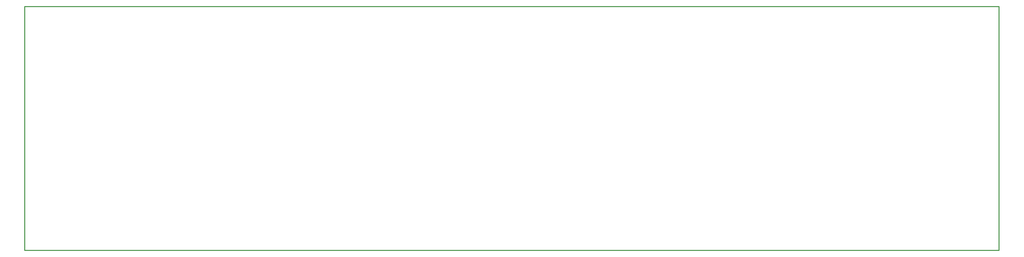
<source format=gm1>
%FSLAX23Y23*%
%MOIN*%
G70*
G01*
G75*
%ADD10C,0.024*%
%ADD11R,0.035X0.037*%
%ADD12R,0.024X0.047*%
%ADD13R,0.060X0.052*%
%ADD14R,0.052X0.060*%
%ADD15R,0.118X0.059*%
%ADD16R,0.028X0.036*%
%ADD17R,0.036X0.028*%
%ADD18R,0.059X0.051*%
%ADD19R,0.024X0.087*%
%ADD20R,0.024X0.087*%
%ADD21R,0.063X0.071*%
%ADD22R,0.051X0.059*%
%ADD23R,0.083X0.024*%
%ADD24R,0.024X0.083*%
%ADD25R,0.071X0.063*%
%ADD26C,0.047*%
%ADD27C,0.012*%
%ADD28C,0.010*%
%ADD29C,0.059*%
%ADD30R,0.059X0.059*%
%ADD31C,0.100*%
%ADD32C,0.236*%
%ADD33C,0.237*%
%ADD34C,0.110*%
%ADD35R,0.079X0.079*%
%ADD36C,0.079*%
%ADD37C,0.059*%
%ADD38R,0.059X0.059*%
%ADD39C,0.070*%
%ADD40C,0.079*%
%ADD41C,0.130*%
%ADD42C,0.047*%
%ADD43R,0.043X0.045*%
%ADD44R,0.032X0.055*%
%ADD45R,0.068X0.060*%
%ADD46R,0.060X0.068*%
%ADD47R,0.126X0.067*%
%ADD48R,0.036X0.044*%
%ADD49R,0.044X0.036*%
%ADD50R,0.067X0.059*%
%ADD51R,0.032X0.095*%
%ADD52R,0.032X0.095*%
%ADD53R,0.071X0.079*%
%ADD54R,0.059X0.067*%
%ADD55R,0.091X0.032*%
%ADD56R,0.032X0.091*%
%ADD57R,0.079X0.071*%
%ADD58C,0.067*%
%ADD59R,0.067X0.067*%
%ADD60C,0.108*%
%ADD61C,0.244*%
%ADD62C,0.245*%
%ADD63C,0.118*%
%ADD64R,0.087X0.087*%
%ADD65C,0.087*%
%ADD66C,0.067*%
%ADD67R,0.067X0.067*%
%ADD68C,0.078*%
%ADD69C,0.087*%
%ADD70C,0.138*%
%ADD71C,0.055*%
D27*
X-15728Y-3366D02*
Y-39D01*
X-2461D01*
Y-3366D02*
Y-39D01*
X-15728Y-3366D02*
X-2461D01*
M02*

</source>
